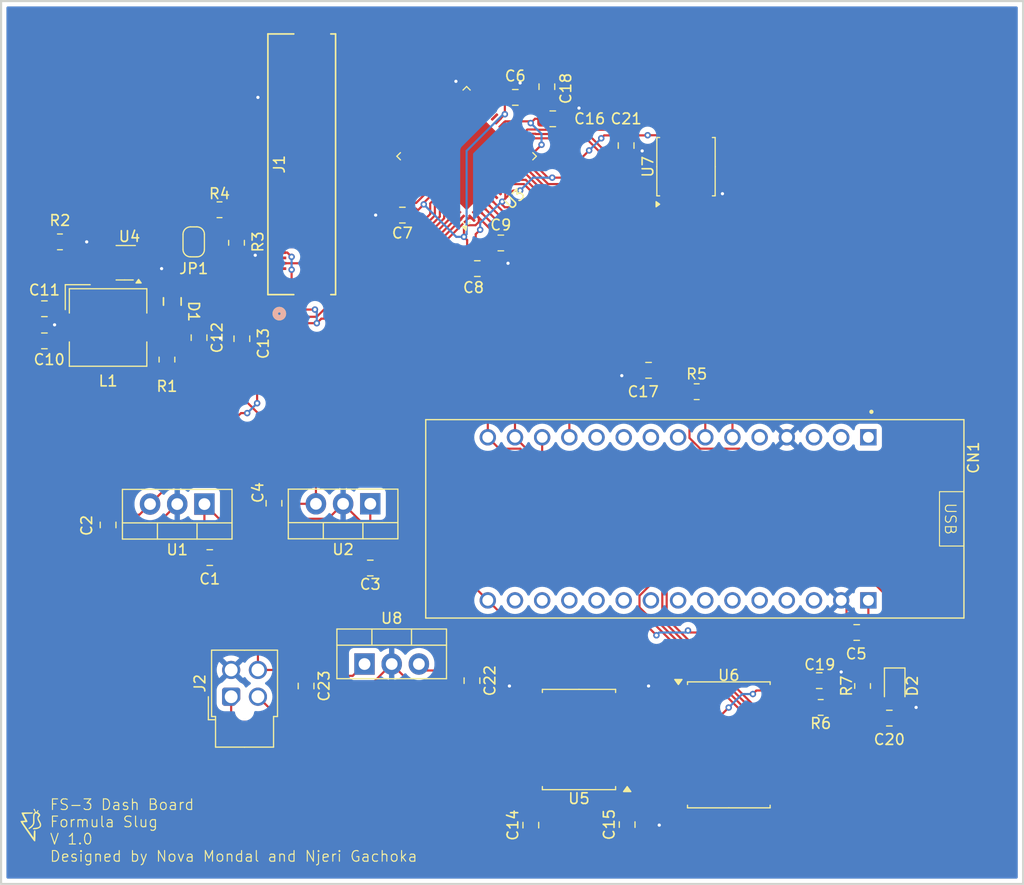
<source format=kicad_pcb>
(kicad_pcb (version 20240108) (generator "pcbnew") (generator_version "8.0")
  (layers (0 "F.Cu" signal) (31 "B.Cu" signal) (34 "B.Paste" user) (35 "F.Paste" user) (36 "B.SilkS" user "B.Silkscreen") (37 "F.SilkS" user "F.Silkscreen") (38 "B.Mask" user) (39 "F.Mask" user) (44 "Edge.Cuts" user))
  (net 0 "")
  (net 5 "Host-MISO")
  (net 6 "GND")
  (net 9 "+5V")
  (net 12 "Host-SCLK")
  (net 13 "PD")
  (net 14 "Host-MOSI")
  (net 16 "INT")
  (net 22 "Host-CS")
  (net 24 "+9V")
  (net 26 "+12V")
  (net 27 "+3.3V")
  (net 28 "B2")
  (net 30 "G6")
  (net 31 "G5")
  (net 32 "G1")
  (net 33 "DISP")
  (net 34 "B1")
  (net 35 "R6")
  (net 36 "B7")
  (net 37 "MEM-IO3")
  (net 38 "G7")
  (net 40 "VCC1.2")
  (net 41 "R4")
  (net 42 "B4")
  (net 43 "B3")
  (net 45 "MEM-MISO")
  (net 46 "R0")
  (net 47 "R3")
  (net 48 "G0")
  (net 49 "B0")
  (net 50 "R5")
  (net 52 "G2")
  (net 53 "HSYNC")
  (net 55 "MEM-SCLK")
  (net 56 "BL-PWM")
  (net 57 "G3")
  (net 58 "MEM-CS")
  (net 60 "VSYNC")
  (net 61 "DEN")
  (net 62 "R1")
  (net 64 "R7")
  (net 65 "R2")
  (net 66 "MEM-IO2")
  (net 68 "B5")
  (net 69 "DCLK")
  (net 70 "G4")
  (net 73 "MEM-MOSI")
  (net 75 "B6")
  (net 76 "BL-Low")
  (net 77 "OV")
  (net 78 "Net-(D1-A)")
  (net 79 "BL-High")
  (net 85 "Net-(JP1-A)")
  (net 91 "CAN-TX")
  (net 92 "CAN-RX")
  (net 93 "CAN-H")
  (net 94 "CAN-L")
  (net 95 "Net-(D2-A)")
  (net 97 "CAN-CS")
  (net 98 "Net-(U6-*RESET)")
  (net 108 "unconnected-(CN1A-5V-PadCN4_4)")
  (footprint "Capacitor_SMD:C_0805_2012Metric" (layer "F.Cu") (at 89.5 112 180)
    (property "Reference" "C1")
    (property "Value" "0.1 µF" (hide yes))
  )
  (footprint "Package_TO_SOT_THT:TO-220-3_Vertical" (layer "F.Cu") (at 104.5 106.975 180)
    (property "Reference" "U2")
    (property "Value" "LM7805_TO220")
  )
  (footprint "Capacitor_SMD:C_0805_2012Metric" (layer "F.Cu") (at 114 123.5 -90)
    (property "Reference" "C22")
    (property "Value" "100 nF" (hide yes))
  )
  (footprint "Capacitor_SMD:C_0805_2012Metric" (layer "F.Cu") (at 119.5 137 90)
    (property "Reference" "C14")
    (property "Value" "100nF" (hide yes))
  )
  (footprint "Capacitor_SMD:C_0805_2012Metric" (layer "F.Cu") (at 80 108.95 -90)
    (property "Reference" "C2")
    (property "Value" "2.2 µF" (hide yes))
  )
  (footprint "Package_SO:SOIC-8_5.23x5.23mm_P1.27mm" (layer "F.Cu") (at 134 75.475 90)
    (property "Reference" "U7")
    (property "Value" "~")
  )
  (footprint "Capacitor_SMD:C_0805_2012Metric" (layer "F.Cu") (at 118.050001 69)
    (property "Reference" "C6")
    (property "Value" "10 µF" (hide yes))
  )
  (footprint "Capacitor_SMD:C_0805_2012Metric" (layer "F.Cu") (at 114.5 85)
    (property "Reference" "C8")
    (property "Value" "1 µF" (hide yes))
  )
  (footprint "Capacitor_SMD:C_0805_2012Metric" (layer "F.Cu") (at 116.697086 82.602086)
    (property "Reference" "C9")
    (property "Value" "0.1 µF" (hide yes))
  )
  (footprint "1FS_2_Global_Footprint_Library:FORMULA SLUG" (layer "F.Cu") (at 75.94258 137.058544)
    (property "Reference" "G***" (hide yes))
    (property "Value" "LOGO" (hide yes))
  )
  (footprint "Package_TO_SOT_THT:TO-220-3_Vertical" (layer "F.Cu") (at 103.96 121.945)
    (property "Reference" "U8")
    (property "Value" "LM7809_TO220")
  )
  (footprint "Connector_Molex:Molex_Nano-Fit_105310-xx04_2x02_P2.50mm_Vertical" (layer "F.Cu") (at 91.5 125 90)
    (property "Reference" "J2")
    (property "Value" "Nanofit Connector")
  )
  (footprint "FS_3_Global_Footprint_Library:US2H_TOS" (layer "F.Cu") (at 86 88.8523 90)
    (property "Reference" "D1")
    (property "Value" "470 mV @ 2A Forward / 40V 2A Reverse" (hide yes))
  )
  (footprint "Capacitor_SMD:C_0805_2012Metric" (layer "F.Cu") (at 121.550001 71 180)
    (property "Reference" "C16")
    (property "Value" "100nF" (hide yes))
  )
  (footprint "Capacitor_SMD:C_0805_2012Metric" (layer "F.Cu") (at 128.405 73.5 90)
    (property "Reference" "C21")
    (property "Value" "100 nF" (hide yes))
  )
  (footprint "Capacitor_SMD:C_0805_2012Metric" (layer "F.Cu") (at 98.5 124 -90)
    (property "Reference" "C23")
    (property "Value" "330 nF" (hide yes))
  )
  (footprint "Capacitor_SMD:C_0805_2012Metric" (layer "F.Cu") (at 107.5 80 180)
    (property "Reference" "C7")
    (property "Value" "0.1 µF" (hide yes))
  )
  (footprint "Package_SO:SOP-8_6.62x9.15mm_P2.54mm" (layer "F.Cu") (at 124 129 180)
    (property "Reference" "U5")
    (property "Value" "ISO1050DUB")
  )
  (footprint "Resistor_SMD:R_0805_2012Metric" (layer "F.Cu") (at 150.5 124 -90)
    (property "Reference" "R7")
    (property "Value" "100 Ω" (hide yes))
  )
  (footprint "Inductor_SMD:L_TDK_SLF7045" (layer "F.Cu") (at 80 90.5)
    (property "Reference" "L1")
    (property "Value" "4.7 µH" (hide yes))
  )
  (footprint "Jumper:SolderJumper-2_P1.3mm_Open_RoundedPad1.0x1.5mm" (layer "F.Cu") (at 88 82.5 -90)
    (property "Reference" "JP1")
    (property "Value" "Open" (hide yes))
  )
  (footprint "Package_DFN_QFN:VQFN-64-1EP_9x9mm_P0.5mm_EP7.15x7.15mm" (layer "F.Cu") (at 113.5 74.5 135)
    (property "Reference" "U3")
    (property "Value" "BT817Q")
  )
  (footprint "Capacitor_SMD:C_0805_2012Metric" (layer "F.Cu") (at 92.5 91.55 -90)
    (property "Reference" "C13")
    (property "Value" "1 µF" (hide yes))
  )
  (footprint "Capacitor_SMD:C_0805_2012Metric" (layer "F.Cu") (at 121 68 90)
    (property "Reference" "C18")
    (property "Value" "100nF" (hide yes))
  )
  (footprint "Resistor_SMD:R_0805_2012Metric" (layer "F.Cu") (at 75.5 82.5)
    (property "Reference" "R2")
    (property "Value" "100K ±1%" (hide yes))
  )
  (footprint "Diode_SMD:D_0805_2012Metric" (layer "F.Cu") (at 153.5 124 -90)
    (property "Reference" "D2")
    (property "Value" "D" (hide yes))
  )
  (footprint "Resistor_SMD:R_0805_2012Metric" (layer "F.Cu") (at 85.5 93.5 -90)
    (property "Reference" "R1")
    (property "Value" "33K ±1%" (hide yes))
  )
  (footprint "FS_3_Global_Footprint_Library:NUCLEO-L432KC" (layer "F.Cu") (at 134.825 108.38 -90)
    (property "Reference" "CN1")
    (property "Value" "NUCLEO-L432KC")
  )
  (footprint "Capacitor_SMD:C_0805_2012Metric" (layer "F.Cu") (at 74.05 88.75)
    (property "Reference" "C11")
    (property "Value" "10 µF" (hide yes))
  )
  (footprint "Capacitor_SMD:C_0805_2012Metric" (layer "F.Cu") (at 104.5 112.975 180)
    (property "Reference" "C3")
    (property "Value" "330 nF" (hide yes))
  )
  (footprint "Capacitor_SMD:C_0805_2012Metric" (layer "F.Cu") (at 146.45 123.5 180)
    (property "Reference" "C19")
    (property "Value" "100nF" (hide yes))
  )
  (footprint "Capacitor_SMD:C_0805_2012Metric" (layer "F.Cu") (at 88.5 91.45 -90)
    (property "Reference" "C12")
    (property "Value" "1 µF" (hide yes))
  )
  (footprint "Resistor_SMD:R_0805_2012Metric" (layer "F.Cu") (at 90.4125 79.5 180)
    (property "Reference" "R4")
    (property "Value" "2.49 ±1%" (hide yes))
  )
  (footprint "Capacitor_SMD:C_0805_2012Metric" (layer "F.Cu") (at 128.5 136.95 90)
    (property "Reference" "C15")
    (property "Value" "100nF" (hide yes))
  )
  (footprint "Package_TO_SOT_SMD:SOT-23-6_Handsoldering" (layer "F.Cu") (at 81.65 84.45 180)
    (property "Reference" "U4")
    (property "Value" "~" (hide yes))
  )
  (footprint "Capacitor_SMD:C_0805_2012Metric" (layer "F.Cu") (at 95.5 106.925 -90)
    (property "Reference" "C4")
    (property "Value" "100 nF" (hide yes))
  )
  (footprint "Resistor_SMD:R_0805_2012Metric" (layer "F.Cu") (at 135 96.5)
    (property "Reference" "R5")
    (property "Value" "4.7k" (hide yes))
  )
  (footprint "Package_TO_SOT_THT:TO-220-3_Vertical" (layer "F.Cu") (at 89 107 180)
    (property "Reference" "U1")
    (property "Value" "LF33_TO220")
  )
  (footprint "Capacitor_SMD:C_0805_2012Metric" (layer "F.Cu") (at 149.95 119)
    (property "Reference" "C5")
    (property "Value" "100 nF" (hide yes))
  )
  (footprint "FS_3_Global_Footprint_Library:CONN_F32D-1A7Y1-21040_AMP" (layer "F.Cu") (at 98.0953 75.249999 90)
    (property "Reference" "J1")
    (property "Value" "40 pin ZIF FPC Connector")
  )
  (footprint "Capacitor_SMD:C_0805_2012Metric" (layer "F.Cu") (at 130.5 94.5)
    (property "Reference" "C17")
    (property "Value" "100nF" (hide yes))
  )
  (footprint "Package_SO:SOIC-18W_7.5x11.6mm_P1.27mm" (layer "F.Cu") (at 138 129.5)
    (property "Reference" "U6")
    (property "Value" "MCP2515-I/SO")
  )
  (footprint "Capacitor_SMD:C_0805_2012Metric" (layer "F.Cu") (at 74.05 91.75)
    (property "Reference" "C10")
    (property "Value" "1 µF" (hide yes))
  )
  (footprint "Resistor_SMD:R_0805_2012Metric" (layer "F.Cu") (at 146.5875 126)
    (property "Reference" "R6")
    (property "Value" "10K" (hide yes))
  )
  (footprint "Resistor_SMD:R_0805_2012Metric" (layer "F.Cu") (at 92 82.5875 -90)
    (property "Reference" "R3")
    (property "Value" "4.99 ±1%" (hide yes))
  )
  (footprint "Capacitor_SMD:C_0805_2012Metric" (layer "F.Cu") (at 153 127)
    (property "Reference" "C20")
    (property "Value" "10 nF" (hide yes))
  )
  (gr_rect (start 70 60) (end 165.5 142.5) (stroke (width 0.2)) (fill none) (layer "Edge.Cuts"))
  (gr_text "FS-3 Dash Board\nFormula Slug\nV 1.0\nDesigned by Nova Mondal and Njeri Gachoka" (at 74.5 140.5 0) (layer "F.SilkS") (effects (font (size 1 1) (thickness 0.1)) (justify left bottom)))
  (segment (start 141.618762 128.23) (end 130.888762 117.5) (width 0.2) (layer "F.Cu") (net 5))
  (segment (start 117.028471 80.462785) (end 118.9 82.334314) (width 0.2) (layer "F.Cu") (net 5))
  (segment (start 118.519314 101.825) (end 116.545 101.825) (width 0.2) (layer "F.Cu") (net 5))
  (segment (start 115.046796 79.228777) (end 116.280804 80.462785) (width 0.2) (layer "F.Cu") (net 5))
  (segment (start 130.888762 117.5) (end 130.5 117.5) (width 0.2) (layer "F.Cu") (net 5))
  (segment (start 130.5 114.713862) (end 130.5 113.805686) (width 0.2) (layer "F.Cu") (net 5))
  (segment (start 142.65 128.23) (end 141.618762 128.23) (width 0.2) (layer "F.Cu") (net 5))
  (segment (start 118.9 85.665686) (end 115.48 89.085686) (width 0.2) (layer "F.Cu") (net 5))
  (segment (start 118.9 82.334314) (end 118.9 85.665686) (width 0.2) (layer "F.Cu") (net 5))
  (segment (start 130.5 113.805686) (end 118.519314 101.825) (width 0.2) (layer "F.Cu") (net 5))
  (segment (start 129.655 116.655) (end 129.655 115.558862) (width 0.2) (layer "F.Cu") (net 5))
  (segment (start 129.655 115.558862) (end 130.5 114.713862) (width 0.2) (layer "F.Cu") (net 5))
  (segment (start 115.48 89.085686) (end 115.48 100.76) (width 0.2) (layer "F.Cu") (net 5))
  (segment (start 130.5 117.5) (end 129.655 116.655) (width 0.2) (layer "F.Cu") (net 5))
  (segment (start 116.545 101.825) (end 115.48 100.76) (width 0.2) (layer "F.Cu") (net 5))
  (segment (start 116.280804 80.462785) (end 117.028471 80.462785) (width 0.2) (layer "F.Cu") (net 5))
  (segment (start 130.5 124) (end 129.715 124) (width 0.2) (layer "F.Cu") (net 6))
  (segment (start 118.5 67.650001) (end 119 68.150001) (width 0.2) (layer "F.Cu") (net 6))
  (segment (start 91.5 92.5) (end 92.5 92.5) (width 0.2) (layer "F.Cu") (net 6))
  (segment (start 128 95) (end 129.05 95) (width 0.2) (layer "F.Cu") (net 6))
  (segment (start 115.828249 85.171751) (end 115.671751 85.171751) (width 0.2) (layer "F.Cu") (net 6))
  (segment (start 122.5 70.449999) (end 121 68.949999) (width 0.2) (layer "F.Cu") (net 6))
  (segment (start 100.560062 108.374938) (end 95.999938 108.374938) (width 0.2) (layer "F.Cu") (net 6))
  (segment (start 108.302764 74.5) (end 113.5 74.5) (width 0.2) (layer "F.Cu") (net 6))
  (segment (start 83 84.45) (end 84.45 84.45) (width 0.2) (layer "F.Cu") (net 6))
  (segment (start 88.55 112) (end 86.46 109.91) (width 0.2) (layer "F.Cu") (net 6))
  (segment (start 153.95 127) (end 154.5 127) (width 0.2) (layer "F.Cu") (net 6))
  (segment (start 94 68.625298) (end 95.125298 67.5) (width 0.2) (layer "F.Cu") (net 6))
  (segment (start 113.013864 68.710563) (end 113.013864 68.013864) (width 0.2) (layer "F.Cu") (net 6))
  (segment (start 117.168116 71.892544) (end 117.168116 71.831884) (width 0.2) (layer "F.Cu") (net 6))
  (segment (start 117.368837 84.5) (end 116.5 84.5) (width 0.2) (layer "F.Cu") (net 6))
  (segment (start 148.9 119.1) (end 149 119) (width 0.2) (layer "F.Cu") (net 6))
  (segment (start 96.5 84) (end 94 84) (width 0.2) (layer "F.Cu") (net 6))
  (segment (start 129.05 95) (end 129.55 94.5) (width 0.2) (layer "F.Cu") (net 6))
  (segment (start 123 71) (end 124 70) (width 0.2) (layer "F.Cu") (net 6))
  (segment (start 106.550001 80) (end 105 80) (width 0.2) (layer "F.Cu") (net 6))
  (segment (start 113.5 69.302764) (end 113.5 74.5) (width 0.2) (layer "F.Cu") (net 6))
  (segment (start 135.905 79.075) (end 136.98 78) (width 0.2) (layer "F.Cu") (net 6))
  (segment (start 91.5 92.5) (end 90.5 91.5) (width 0.2) (layer "F.Cu") (net 6))
  (segment (start 129.455 74.45) (end 128.405 74.45) (width 0.2) (layer "F.Cu") (net 6))
  (segment (start 95.125298 67.5) (end 96.5 67.5) (width 0.2) (layer "F.Cu") (net 6))
  (segment (start 89.6 92.4) (end 90.5 91.5) (width 0.2) (layer "F.Cu") (net 6))
  (segment (start 117.368837 84.5) (end 117.368837 83.273837) (width 0.2) (layer "F.Cu") (net 6))
  (segment (start 95.999938 108.374938) (end 95.5 107.875) (width 0.2) (layer "F.Cu") (net 6))
  (segment (start 113.013864 68.710563) (end 113.013864 68.816628) (width 0.2) (layer "F.Cu") (net 6))
  (segment (start 91.325 81) (end 92 81.675) (width 0.2) (layer "F.Cu") (net 6))
  (segment (start 128.45 137.95) (end 128.5 137.9) (width 0.2) (layer "F.Cu") (net 6))
  (segment (start 128.5 137.9) (end 130.6 137.9) (width 0.2) (layer "F.Cu") (net 6))
  (segment (start 149 116.5) (end 148.5 116) (width 0.2) (layer "F.Cu") (net 6))
  (segment (start 107.816628 74.013864) (end 108.302764 74.5) (width 0.2) (layer "F.Cu") (net 6))
  (segment (start 114 124.45) (end 109.005 124.45) (width 0.2) (layer "F.Cu") (net 6))
  (segment (start 129.5 94.45) (end 129.55 94.5) (width 0.2) (layer "F.Cu") (net 6))
  (segment (start 107.710563 74.013864) (end 107.816628 74.013864) (width 0.2) (layer "F.Cu") (net 6))
  (segment (start 154.5 127) (end 155.5 126) (width 0.2) (layer "F.Cu") (net 6))
  (segment (start 116.5 84.5) (end 115.828249 85.171751) (width 0.2) (layer "F.Cu") (net 6))
  (segment (start 117.5 124) (end 118.285 124) (width 0.2) (layer "F.Cu") (net 6))
  (segment (start 114.56066 74.5) (end 117.168116 71.892544) (width 0.2) (layer "F.Cu") (net 6))
  (segment (start 131.5 137) (end 131.5 136.43) (width 0.2) (layer "F.Cu") (net 6))
  (segment (start 94 69) (end 94 69.874698) (width 0.2) (layer "F.Cu") (net 6))
  (segment (start 113.5 74.5) (end 114.56066 74.5) (width 0.2) (layer "F.Cu") (net 6))
  (segment (start 119.5 137.95) (end 128.45 137.95) (width 0.2) (layer "F.Cu") (net 6))
  (segment (start 76.4125 82.5) (end 78 82.5) (width 0.2) (layer "F.Cu") (net 6))
  (segment (start 91.325 79.5) (end 91.325 81) (width 0.2) (layer "F.Cu") (net 6))
  (segment (start 148.5 122.6875) (end 147.6875 123.5) (width 0.2) (layer "F.Cu") (net 6))
  (segment (start 122.5 71) (end 122.5 70.449999) (width 0.2) (layer "F.Cu") (net 6))
  (segment (start 113.013864 68.013864) (end 112.5 67.5) (width 0.2) (layer "F.Cu") (net 6))
  (segment (start 94 84) (end 93.75 83.75) (width 0.2) (layer "F.Cu") (net 6))
  (segment (start 95.125302 71) (end 96.5 71) (width 0.2) (layer "F.Cu") (net 6))
  (segment (start 86.46 109.91) (end 86.46 107) (width 0.2) (layer "F.Cu") (net 6))
  (segment (start 84.45 84.45) (end 85 85) (width 0.2) (layer "F.Cu") (net 6))
  (segment (start 93.75 83.75) (end 92 82) (width 0.2) (layer "F.Cu") (net 6))
  (segment (start 147.6875 123.5) (end 147.4 123.5) (width 0.2) (layer "F.Cu") (net 6))
  (segment (start 103.55 108.565) (end 101.96 106.975) (width 0.2) (layer "F.Cu") (net 6))
  (segment (start 103.495 124.95) (end 106.5 121.945) (width 0.2) (layer "F.Cu") (net 6))
  (segment (start 83.56 109.9) (end 80 109.9) (width 0.2) (layer "F.Cu") (net 6))
  (segment (start 118.285 124) (end 119.475 125.19) (width 0.2) (layer "F.Cu") (net 6))
  (segment (start 75 88.75) (end 75 90.25) (width 0.2) (layer "F.Cu") (net 6))
  (segment (start 129.905 74) (end 129.455 74.45) (width 0.2) (layer "F.Cu") (net 6))
  (segment (start 101.96 106.975) (end 100.560062 108.374938) (width 0.2) (layer "F.Cu") (net 6))
  (segment (start 94 69.874698) (end 95.125302 71) (width 0.2) (layer "F.Cu") (net 6))
  (segment (start 122.5 71) (end 123 71) (width 0.2) (layer "F.Cu") (net 6))
  (segment (start 113.013864 68.816628) (end 113.5 69.302764) (width 0.2) (layer "F.Cu") (net 6))
  (segment (start 92 82) (end 92 81.675) (width 0.2) (layer "F.Cu") (net 6))
  (segment (start 119 68.150001) (end 119 69) (width 0.2) (layer "F.Cu") (net 6))
  (segment (start 130.6 137.9) (end 131.5 137) (width 0.2) (layer "F.Cu") (net 6))
  (segment (start 129.715 124) (end 128.525 125.19) (width 0.2) (layer "F.Cu") (net 6))
  (segment (start 149 119) (end 149 116.5) (width 0.2) (layer "F.Cu") (net 6))
  (segment (start 109.005 124.45) (end 106.5 121.945) (width 0.2) (layer "F.Cu") (net 6))
  (segment (start 75 90.25) (end 75 91.75) (width 0.2) (layer "F.Cu") (net 6))
  (segment (start 88.5 92.4) (end 89.6 92.4) (width 0.2) (layer "F.Cu") (net 6))
  (segment (start 131.5 136.43) (end 133.35 134.58) (width 0.2) (layer "F.Cu") (net 6))
  (segment (start 94 69) (end 94 68.625298) (width 0.2) (layer "F.Cu") (net 6))
  (segment (start 136.98 78) (end 137.405 78) (width 0.2) (layer "F.Cu") (net 6))
  (segment (start 103.55 112.975) (end 103.55 108.565) (width 0.2) (layer "F.Cu") (net 6))
  (segment (start 86.46 107) (end 83.56 109.9) (width 0.2) (layer "F.Cu") (net 6))
  (segment (start 98.5 124.95) (end 103.495 124.95) (width 0.2) (layer "F.Cu") (net 6))
  (via (at 128 95) (size 0.6) (drill 0.3) (layers "F.Cu" "B.Cu") (net 6))
  (via (at 75 90.25) (size 0.6) (drill 0.3) (layers "F.Cu" "B.Cu") (net 6))
  (via (at 94 69) (size 0.6) (drill 0.3) (layers "F.Cu" "B.Cu") (net 6))
  (via (at 90.5 91.5) (size 0.6) (drill 0.3) (layers "F.Cu" "B.Cu") (net 6))
  (via (at 112.5 67.5) (size 0.6) (drill 0.3) (layers "F.Cu" "B.Cu") (net 6))
  (via (at 117.368837 84.5) (size 0.6) (drill 0.3) (layers "F.Cu" "B.Cu") (net 6))
  (via (at 105 80) (size 0.6) (drill 0.3) (layers "F.Cu" "B.Cu") (net 6))
  (via (at 131.5 137) (size 0.6) (drill 0.3) (layers "F.Cu" "B.Cu") (net 6))
  (via (at 148.5 122.6875) (size 0.6) (drill 0.3) (layers "F.Cu" "B.Cu") (net 6))
  (via (at 137.405 78) (size 0.6) (drill 0.3) (layers "F.Cu" "B.Cu") (net 6))
  (via (at 124 70) (size 0.6) (drill 0.3) (layers "F.Cu" "B.Cu") (net 6))
  (via (at 155.5 126) (size 0.6) (drill 0.3) (layers "F.Cu" "B.Cu") (net 6))
  (via (at 129.905 74) (size 0.6) (drill 0.3) (layers "F.Cu" "B.Cu") (net 6))
  (via (at 117.5 124) (size 0.6) (drill 0.3) (layers "F.Cu" "B.Cu") (net 6))
  (via (at 130.5 124) (size 0.6) (drill 0.3) (layers "F.Cu" "B.Cu") (net 6))
  (via (at 85 85) (size 0.6) (drill 0.3) (layers "F.Cu" "B.Cu") (net 6))
  (via (at 118.5 67.650001) (size 0.6) (drill 0.3) (layers "F.Cu" "B.Cu") (net 6))
  (via (at 78 82.5) (size 0.6) (drill 0.3) (layers "F.Cu" "B.Cu") (net 6))
  (via (at 93.75 83.75) (size 0.6) (drill 0.3) (layers "F.Cu" "B.Cu") (net 6))
  (segment (start 96.5 106.975) (end 95.5 105.975) (width 0.2) (layer "F.Cu") (net 9))
  (segment (start 76.85 88.85) (end 80.3 85.4) (width 0.2) (layer "F.Cu") (net 9))
  (segment (start 73.1 91.75) (end 73.1 88.75) (width 0.2) (layer "F.Cu") (net 9))
  (segment (start 99.42 103.92) (end 89 93.5) (width 0.2) (layer "F.Cu") (net 9))
  (segment (start 99.42 106.975) (end 96.5 106.975) (width 0.2) (layer "F.Cu") (net 9))
  (segment (start 84.815256 93.6) (end 84.415256 94) (width 0.2) (layer "F.Cu") (net 9))
  (segment (start 80.35 94) (end 76.85 90.5) (width 0.2) (layer "F.Cu") (net 9))
  (segment (start 73.1 88.75) (end 76.45 85.4) (width 0.2) (layer "F.Cu") (net 9))
  (segment (start 76.85 90.5) (end 76.85 88.85) (width 0.2) (layer "F.Cu") (net 9))
  (segment (start 89 93.5) (end 86.284744 93.5) (width 0.2) (layer "F.Cu") (net 9))
  (segment (start 86.284744 93.5) (end 86.184744 93.6) (width 0.2) (layer "F.Cu") (net 9))
  (segment (start 99.42 106.975) (end 99.42 103.92) (width 0.2) (layer "F.Cu") (net 9))
  (segment (start 86.184744 93.6) (end 84.815256 93.6) (width 0.2) (layer "F.Cu") (net 9))
  (segment (start 84.415256 94) (end 80.35 94) (width 0.2) (layer "F.Cu") (net 9))
  (segment (start 76.45 85.4) (end 80.3 85.4) (width 0.2) (layer "F.Cu") (net 9))
  (segment (start 114.693243 79.58233) (end 115.973698 80.862785) (width 0.2) (layer "F.Cu") (net 12))
  (segment (start 130.823076 118) (end 117.48 118) (width 0.2) (layer "F.Cu") (net 12))
  (segment (start 142.65 130.77) (end 142.254448 130.77) (width 0.2) (layer "F.Cu") (net 12))
  (segment (start 116.862785 80.862785) (end 118.5 82.5) (width 0.2) (layer "F.Cu") (net 12))
  (segment (start 141.043862 129.559414) (end 141.043862 128.220786) (width 0.2) (layer "F.Cu") (net 12))
  (segment (start 114 90) (end 114 114.52) (width 0.2) (layer "F.Cu") (net 12))
  (segment (start 141.043862 128.220786) (end 130.823076 118) (width 0.2) (layer "F.Cu") (net 12))
  (segment (start 142.254448 130.77) (end 141.043862 129.559414) (width 0.2) (layer "F.Cu") (net 12))
  (segment (start 115.973698 80.862785) (end 116.862785 80.862785) (width 0.2) (layer "F.Cu") (net 12))
  (segment (start 117.48 118) (end 115.48 116) (width 0.2) (layer "F.Cu") (net 12))
  (segment (start 118.5 82.5) (end 118.5 85.5) (width 0.2) (layer "F.Cu") (net 12))
  (segment (start 118.5 85.5) (end 114 90) (width 0.2) (layer "F.Cu") (net 12))
  (segment (start 114 114.52) (end 115.48 116) (width 0.2) (layer "F.Cu") (net 12))
  (segment (start 119.025603 76.702202) (end 138.34 96.016599) (width 0.2) (layer "F.Cu") (net 13))
  (segment (start 138.34 96.016599) (end 138.34 100.76) (width 0.2) (layer "F.Cu") (net 13))
  (segment (start 117.875223 76.400349) (end 118.177076 76.702202) (width 0.2) (layer "F.Cu") (net 13))
  (segment (start 118.177076 76.702202) (end 119.025603 76.702202) (width 0.2) (layer "F.Cu") (net 13))
  (segment (start 143.975 127.889448) (end 143.715552 127.63) (width 0.2) (layer "F.Cu") (net 14))
  (segment (start 116.587911 80.062785) (end 117.194157 80.062785) (width 0.2) (layer "F.Cu") (net 14))
  (segment (start 143.715552 127.63) (end 141.584448 127.63) (width 0.2) (layer "F.Cu") (net 14))
  (segment (start 117.194157 80.062785) (end 119.3 82.168628) (width 0.2) (layer "F.Cu") (net 14))
  (segment (start 115.400349 78.875223) (end 116.587911 80.062785) (width 0.2) (layer "F.Cu") (net 14))
  (segment (start 131.785 114.525) (end 118.02 100.76) (width 0.2) (layer "F.Cu") (net 14))
  (segment (start 118 87.5) (end 118.02 87.52) (width 0.2) (layer "F.Cu") (net 14))
  (segment (start 119.3 86.2) (end 118 87.5) (width 0.2) (layer "F.Cu") (net 14))
  (segment (start 118.02 87.52) (end 118.02 100.76) (width 0.2) (layer "F.Cu") (net 14))
  (segment (start 142.65 129.5) (end 143.045552 129.5) (width 0.2) (layer "F.Cu") (net 14))
  (segment (start 143.045552 129.5) (end 143.975 128.570552) (width 0.2) (layer "F.Cu") (net 14))
  (segment (start 119.3 82.168628) (end 119.3 86.2) (width 0.2) (layer "F.Cu") (net 14))
  (segment (start 143.975 128.570552) (end 143.975 127.889448) (width 0.2) (layer "F.Cu") (net 14))
  (segment (start 141.584448 127.63) (end 131.785 117.830552) (width 0.2) (layer "F.Cu") (net 14))
  (segment (start 131.785 117.830552) (end 131.785 114.525) (width 0.2) (layer "F.Cu") (net 14))
  (segment (start 117.52167 76.753903) (end 117.869969 77.102202) (width 0.2) (layer "F.Cu") (net 16))
  (segment (start 135.9125 96.5875) (end 135.8 96.7) (width 0.2) (layer "F.Cu") (net 16))
  (segment (start 135.9125 94.154785) (end 135.9125 96.5) (width 0.2) (layer "F.Cu") (net 16))
  (segment (start 118.859917 77.102202) (end 135.9125 94.154785) (width 0.2) (layer "F.Cu") (net 16))
  (segment (start 135.8 96.7) (end 135.8 100.76) (width 0.2) (layer "F.Cu") (net 16))
  (segment (start 117.869969 77.102202) (end 118.859917 77.102202) (width 0.2) (layer "F.Cu") (net 16))
  (segment (start 135.9125 96.5) (end 135.9125 96.5875) (width 0.2) (layer "F.Cu") (net 16))
  (segment (start 115.753903 78.52167) (end 116.895018 79.662785) (width 0.2) (layer "F.Cu") (net 22))
  (segment (start 116.895018 79.662785) (end 117.359843 79.662785) (width 0.2) (layer "F.Cu") (net 22))
  (segment (start 123.1 85.402942) (end 123.1 100.76) (width 0.2) (layer "F.Cu") (net 22))
  (segment (start 117.359843 79.662785) (end 123.1 85.402942) (width 0.2) (layer "F.Cu") (net 22))
  (segment (start 150.9 119) (end 150.9 118.6) (width 0.2) (layer "F.Cu") (net 24))
  (segment (start 148.515256 120.025) (end 148.2 119.709744) (width 0.2) (layer "F.Cu") (net 24))
  (segment (start 151.04 118.46) (end 151.04 116) (width 0.2) (layer "F.Cu") (net 24))
  (segment (start 148.2 119.709744) (end 148.2 119.7) (width 0.2) (layer "F.Cu") (net 24))
  (segment (start 147.5 119) (end 134.368664 119) (width 0.2) (layer "F.Cu") (net 24))
  (segment (start 109.645 122.55) (end 109.04 121.945) (width 0.2) (layer "F.Cu") (net 24))
  (segment (start 130.474546 118.5) (end 118.05 118.5) (width 0.2) (layer "F.Cu") (net 24))
  (segment (start 134.368664 119) (end 134.184332 118.815668) (width 0.2) (layer "F.Cu") (net 24))
  (segment (start 118.05 118.5) (end 114 122.55) (width 0.2) (layer "F.Cu") (net 24))
  (segment (start 148.2 119.7) (end 147.5 119) (width 0.2) (layer "F.Cu") (net 24))
  (segment (start 149.875 120.025) (end 148.515256 120.025) (width 0.2) (layer "F.Cu") (net 24))
  (segment (start 114 122.55) (end 109.645 122.55) (width 0.2) (layer "F.Cu") (net 24))
  (segment (start 150.9 118.6) (end 151.04 118.46) (width 0.2) (layer "F.Cu") (net 24))
  (segment (start 150.9 119) (end 149.875 120.025) (width 0.2) (layer "F.Cu") (net 24))
  (segment (start 131.237273 119.262727) (end 130.474546 118.5) (width 0.2) (layer "F.Cu") (net 24))
  (via (at 131.237273 119.262727) (size 0.6) (drill 0.3) (layers "F.Cu" "B.Cu") (net 24))
  (via (at 134.184332 118.815668) (size 0.6) (drill 0.3) (layers "F.Cu" "B.Cu") (net 24))
  (segment (start 131.5 119) (end 131.237273 119.262727) (width 0.2) (layer "B.Cu") (net 24))
  (segment (start 134.184332 118.815668) (end 134 119) (width 0.2) (layer "B.Cu") (net 24))
  (segment (start 134 119) (end 131.5 119) (width 0.2) (layer "B.Cu") (net 24))
  (segment (start 94 112) (end 94 120) (width 0.2) (layer "F.Cu") (net 26))
  (segment (start 90.45 112) (end 89 110.55) (width 0.2) (layer "F.Cu") (net 26))
  (segment (start 105.45 112.975) (end 105.45 113.025) (width 0.2) (layer "F.Cu") (net 26))
  (segment (start 104.5 112.025) (end 105.45 112.975) (width 0.2) (layer "F.Cu") (net 26))
  (segment (start 102.855 123.05) (end 103.96 121.945) (width 0.2) (layer "F.Cu") (net 26))
  (segment (start 94 120) (end 94 122.5) (width 0.2) (layer "F.Cu") (net 26))
  (segment (start 89 107) (end 94 112) (width 0.2) (layer "F.Cu") (net 26))
  (segment (start 95.925 122.5) (end 105.45 112.975) (width 0.2) (layer "F.Cu") (net 26))
  (segment (start 96.475 123.05) (end 95.925 122.5) (width 0.2) (layer "F.Cu") (net 26))
  (segment (start 98.5 123.05) (end 96.475 123.05) (width 0.2) (layer "F.Cu") (net 26))
  (segment (start 94 119) (end 94 120) (width 0.2) (layer "F.Cu") (net 26))
  (segment (start 104.5 106.975) (end 104.5 112.025) (width 0.2) (layer "F.Cu") (net 26))
  (segment (start 98.5 123.05) (end 102.855 123.05) (width 0.2) (layer "F.Cu") (net 26))
  (segment (start 94 122.5) (end 95.925 122.5) (width 0.2) (layer "F.Cu") (net 26))
  (segment (start 89 110.55) (end 89 107) (width 0.2) (layer "F.Cu") (net 26))
  (segment (start 142.65 124.42) (end 144.58 124.42) (width 0.2) (layer "F.Cu") (net 27))
  (segment (start 130.417149 72.535421) (end 131.434579 72.535421) (width 0.2) (layer "F.Cu") (net 27))
  (segment (start 140.58 124.42) (end 140.25 124.75) (width 0.2) (layer "F.Cu") (net 27))
  (segment (start 148.251471 122.0875) (end 149.5 122.0875) (width 0.2) (layer "F.Cu") (net 27))
  (segment (start 117.862404 77.702202) (end 117.116416 78.44819) (width 0.2) (layer "F.Cu") (net 27))
  (segment (start 116.127455 69.397671) (end 115.400349 70.124777) (width 0.2) (layer "F.Cu") (net 27))
  (segment (start 119.5 136.05) (end 119.5 134.5) (width 0.2) (layer "F.Cu") (net 27))
  (segment (start 119.327396 71.237138) (end 117.116415 71.237138) (width 0.2) (layer "F.Cu") (net 27))
  (segment (start 126.079265 72.825735) (end 126.355 72.55) (width 0.2) (layer "F.Cu") (net 27))
  (segment (start 99.5 90.1) (end 99.925735 89.674265) (width 0.2) (layer "F.Cu") (net 27))
  (segment (start 118.5 77.702202) (end 117.862404 77.702202) (width 0.2) (layer "F.Cu") (net 27))
  (segment (start 117.525529 79.262785) (end 131.45 93.187256) (width 0.2) (layer "F.Cu") (net 27))
  (segment (start 114.350001 81.78173) (end 114.765368 81.366363) (width 0.2) (layer "F.Cu") (net 27))
  (segment (start 119.490258 71.4) (end 119.327396 71.237138) (width 0.2) (layer "F.Cu") (net 27))
  (segment (start 99.5 90.1) (end 98.465686 90.1) (width 0.2) (layer "F.Cu") (net 27))
  (segment (start 122.405 76.5) (end 121.5 76.5) (width 0.2) (layer "F.Cu") (net 27))
  (segment (start 121 67.050001) (end 117.540257 67.050001) (width 0.2) (layer "F.Cu") (net 27))
  (segment (start 116.127455 68.462803) (end 116.127455 69.397671) (width 0.2) (layer "F.Cu") (net 27))
  (segment (start 119.911136 74.013864) (end 119.289437 74.013864) (width 0.2) (layer "F.Cu") (net 27))
  (segment (start 142.65 124.42) (end 140.58 124.42) (width 0.2) (layer "F.Cu") (net 27))
  (segment (start 117.116416 77.762863) (end 116.814563 77.46101) (width 0.2) (layer "F.Cu") (net 27))
  (segment (start 98.465686 90.1) (end 93.924265 94.641421) (width 0.2) (layer "F.Cu") (net 27))
  (segment (start 137.987273 126.012727) (end 135.1 128.9) (width 0.2) (layer "F.Cu") (net 27))
  (segment (start 116.823032 79.025113) (end 117.060704 79.262785) (width 0.2) (layer "F.Cu") (net 27))
  (segment (start 134.325 100.825) (end 134.325 96.7375) (width 0.2) (layer "F.Cu") (net 27))
  (segment (start 117.116415 71.237138) (end 116.814563 71.53899) (width 0.2) (layer "F.Cu") (net 27))
  (segment (start 146.525 122.475) (end 147.863971 122.475) (width 0.2) (layer "F.Cu") (net 27))
  (segment (start 128.5 136) (end 128.5 134.5) (width 0.2) (layer "F.Cu") (net 27))
  (segment (start 96.747702 83.5) (end 96.5 83.5) (width 0.2) (layer "F.Cu") (net 27))
  (segment (start 119.490258 71.4) (end 119.890258 71) (width 0.2) (layer "F.Cu") (net 27))
  (segment (start 120.5 73.425) (end 119.911136 74.013864) (width 0.2) (layer "F.Cu") (net 27))
  (segment (start 117.540257 67.050001) (end 116.127455 68.462803) (width 0.2) (layer "F.Cu") (net 27))
  (segment (start 120.600002 71) (end 119.975 70.374998) (width 0.2) (layer "F.Cu") (net 27))
  (segment (start 126.355 72.55) (end 128.405 72.55) (width 0.2) (layer "F.Cu") (net 27))
  (segment (start 130.40257 72.55) (end 130.417149 72.535421) (width 0.2) (layer "F.Cu") (net 27))
  (segment (start 119.5 136.05) (end 128.45 136.05) (width 0.2) (layer "F.Cu") (net 27))
  (segment (start 134.0875 95.824756) (end 131.45 93.187256) (width 0.2) (layer "F.Cu") (net 27))
  (segment (start 93 98.5) (end 92.42 98.5) (width 0.2) (layer "F.Cu") (net 27))
  (segment (start 144.58 124.42) (end 145.5 123.5) (width 0.2) (layer "F.Cu") (net 27))
  (segment (start 119.5 134.5) (end 119.5 132.835) (width 0.2) (layer "F.Cu") (net 27))
  (segment (start 150.5 123.0875) (end 152 123.0875) (width 0.2) (layer "F.Cu") (net 27))
  (segment (start 99.925735 89.674265) (end 110.38548 89.674265) (width 0.2) (layer "F.Cu") (net 27))
  (segment (start 120.037736 74.762163) (end 119.289437 74.013864) (width 0.2) (layer "F.Cu") (net 27))
  (segment (start 138.995 101.825) (end 135.325 101.825) (width 0.2) (layer "F.Cu") (net 27))
  (segment (start 128.405 72.55) (end 130.40257 72.55) (width 0.2) (layer "F.Cu") (net 27))
  (segment (start 150.5 123.0875) (end 152.5 121.0875) (width 0.2) (layer "F.Cu") (net 27))
  (segment (start 114.350001 85.709744) (end 114.350001 81.78173) (width 0.2) (layer "F.Cu") (net 27))
  (segment (start 149.5 122.0875) (end 150.5 123.0875) (width 0.2) (layer "F.Cu") (net 27))
  (segment (start 145.5 123.5) (end 146.525 122.475) (width 0.2) (layer "F.Cu") (net 27))
  (segment (start 97.147702 85.1) (end 97.147702 87.868301) (width 0.2) (layer "F.Cu") (net 27))
  (segment (start 120.5 73.425) (end 120.5 73.225) (width 0.2) (layer "F.Cu") (net 27))
  (segment (start 134.325 96.7375) (end 134.0875 96.5) (width 0.2) (layer "F.Cu") (net 27))
  (segment (start 97.147702 83.9) (end 96.747702 83.5) (width 0.2) (layer "F.Cu") (net 27))
  (segment (start 119.975 68.075001) (end 121 67.050001) (width 0.2) (layer "F.Cu") (net 27))
  (segment (start 121.5 76.5) (end 121.086145 76.5) (width 0.2) (layer "F.Cu") (net 27))
  (segment (start 152 123.0875) (end 153.475 123.0875) (width 0.2) (layer "F.Cu") (net 27))
  (segment (start 93.924265 94.641421) (end 93.924265 97.575735) (width 0.2) (layer "F.Cu") (net 27))
  (segment (start 128.525 132.475) (end 128.525 132.81) (width 0.2) (layer "F.Cu") (net 27))
  (segment (start 120.037736 75.451591) (end 120.037736 74.762163) (width 0.2) (layer "F.Cu") (net 27))
  (segment (start 82.92 108) (end 83.92 107) (width 0.2) (layer "F.Cu") (net 27))
  (segment (start 134.0875 96.5) (end 134.0875 95.824756) (width 0.2) (layer "F.Cu") (net 27))
  (segment (start 128.45 136.05) (end 128.5 136) (width 0.2) (layer "F.Cu") (net 27))
  (segment (start 98.105136 88.825735) (end 99.325735 88.825735) (width 0.2) (layer "F.Cu") (net 27))
  (segment (start 117.060704 79.262785) (end 117.525529 79.262785) (width 0.2) (layer "F.Cu") (net 27))
  (segment (start 152.5 121.0875) (end 152.5 115.33) (width 0.2) (layer "F.Cu") (net 27))
  (segment (start 117.116416 78.44819) (end 117.116416 77.762863) (width 0.2) (layer "F.Cu") (net 27))
  (segment (start 147.863971 122.475) (end 148.251471 122.0875) (width 0.2) (layer "F.Cu") (net 27))
  (segment (start 97.147702 87.868301) (end 98.105136 88.825735) (width 0.2) (layer "F.Cu") (net 27))
  (segment (start 119.5 132.835) (end 119.475 132.81) (width 0.2) (layer "F.Cu") (net 27))
  (segment (start 116.823032 78.741574) (end 116.823032 79.025113) (width 0.2) (layer "F.Cu") (net 27))
  (segment (start 119.975 70.374998) (end 119.975 68.075001) (width 0.2) (layer "F.Cu") (net 27))
  (segment (start 124.947892 73.957108) (end 122.405 76.5) (width 0.2) (layer "F.Cu") (net 27))
  (segment (start 132.1 128.9) (end 128.525 132.475) (width 0.2) (layer "F.Cu") (net 27))
  (segment (start 121.086145 76.5) (end 120.037736 75.451591) (width 0.2) (layer "F.Cu") (net 27))
  (segment (start 152.5 115.33) (end 138.995 101.825) (width 0.2) (layer "F.Cu") (net 27))
  (segment (start 131.434579 72.535421) (end 132.095 71.875) (width 0.2) (layer "F.Cu") (net 27))
  (segment (start 92.42 98.5) (end 83.92 107) (width 0.2) (layer "F.Cu") (net 27))
  (segment (start 135.325 101.825) (end 134.325 100.825) (width 0.2) (layer "F.Cu") (net 27))
  (segment (start 153.475 123.0875) (end 153.5 123.0625) (width 0.2) (layer "F.Cu") (net 27))
  (segment (start 116.823032 78.741574) (end 117.116416 78.44819) (width 0.2) (layer "F.Cu") (net 27))
  (segment (start 128.5 134.5) (end 128.5 132.835) (width 0.2) (layer "F.Cu") (net 27))
  (segment (start 128.5 132.835) (end 128.525 132.81) (width 0.2) (layer "F.Cu") (net 27))
  (segment (start 110.38548 89.674265) (end 114.350001 85.709744) (width 0.2) (layer "F.Cu") (net 27))
  (segment (start 135.1 128.9) (end 132.1 128.9) (width 0.2) (layer "F.Cu") (net 27))
  (segment (start 131.45 93.187256) (end 131.45 94.5) (width 0.2) (layer "F.Cu") (net 27))
  (segment (start 119.890258 71) (end 120.600002 71) (width 0.2) (layer "F.Cu") (net 27))
  (segment (start 80 108) (end 82.92 108) (width 0.2) (layer "F.Cu") (net 27))
  (via (at 99.5 90.1) (size 0.6) (drill 0.3) (layers "F.Cu" "B.Cu") (net 27))
  (via (at 114.765368 81.366363) (size 0.6) (drill 0.3) (layers "F.Cu" "B.Cu") (net 27))
  (via (at 130.417149 72.535421) (size 0.6) (drill 0.3) (layers "F.Cu" "B.Cu") (net 27))
  (via (at 126.079265 72.825735) (size 0.6) (drill 0.3) (layers "F.Cu" "B.Cu") (net 27))
  (via (at 93.924265 97.575735) (size 0.6) (drill 0.3) (layers "F.Cu" "B.Cu") (net 27))
  (via (at 137.987273 126.012727) (size 0.6) (drill 0.3) (layers "F.Cu" "B.Cu") (net 27))
  (via (at 121.5 76.5) (size 0.6) (drill 0.3) (layers "F.Cu" "B.Cu") (net 27))
  (via (at 97.147702 85.1) (size 0.6) (drill 0.3) (layers "F.Cu" "B.Cu") (net 27))
  (via (at 118.5 77.702202) (size 0.6) (drill 0.3) (layers "F.Cu" "B.Cu") (net 27))
  (via (at 124.947892 73.957108) (size 0.6) (drill 0.3) (layers "F.Cu" "B.Cu") (net 27))
  (via (at 119.490258 71.4) (size 0.6) (drill 0.3) (layers "F.Cu" "B.Cu") (net 27))
  (via (at 99.325735 88.825735) (size 0.6) (drill 0.3) (layers "F.Cu" "B.Cu") (net 27))
  (via (at 97.147702 83.9) (size 0.6) (drill 0.3) (layers "F.Cu" "B.Cu") (net 27))
  (via (at 140.25 124.75) (size 0.6) (drill 0.3) (layers "F.Cu" "B.Cu") (net 27))
  (via (at 93 98.5) (size 0.6) (drill 0.3) (layers "F.Cu" "B.Cu") (net 27))
  (via (at 116.823032 78.741574) (size 0.6) (drill 0.3) (layers "F.Cu" "B.Cu") (net 27))
  (via (at 120.5 73.425) (size 0.6) (drill 0.3) (layers "F.Cu" "B.Cu") (net 27))
  (segment (start 83.92 107) (end 83.92 106.58) (width 0.2) (layer "B.Cu") (net 27))
  (segment (start 119.702202 76.5) (end 118.5 77.702202) (width 0.2) (layer "B.Cu") (net 27))
  (segment (start 99.5 89) (end 99.5 90.1) (width 0.2) (layer "B.Cu") (net 27))
  (segment (start 114.765368 80.734632) (end 116.758426 78.741574) (width 0.2) (layer "B.Cu") (net 27))
  (segment (start 93.924265 97.575735) (end 93 98.5) (width 0.2) (layer "B.Cu") (net 27))
  (segment (start 137.987273 126.012727) (end 139.25 124.75) (width 0.2) (layer "B.Cu") (net 27))
  (segment (start 121.5 76.5) (end 119.702202 76.5) (width 0.2) (layer "B.Cu") (net 27))
  (segment (start 120.5 73.425) (end 120.5 72.409742) (width 0.2) (layer "B.Cu") (net 27))
  (segment (start 139.25 124.75) (end 140.25 124.75) (width 0.2) (layer "B.Cu") (net 27))
  (segment (start 97.147702 83.9) (end 97.147702 85.1) (width 0.2) (layer "B.Cu") (net 27))
  (segment (start 116.758426 78.741574) (end 116.823032 78.741574) (width 0.2) (layer "B.Cu") (net 27))
  (segment (start 120.5 72.409742) (end 119.490258 71.4) (width 0.2) (layer "B.Cu") (net 27))
  (segment (start 124.947892 73.957108) (end 126.079265 72.825735) (width 0.2) (layer "B.Cu") (net 27))
  (segment (start 114.765368 81.366363) (end 114.765368 80.734632) (width 0.2) (layer "B.Cu") (net 27))
  (segment (start 99.325735 88.825735) (end 99.5 89) (width 0.2) (layer "B.Cu") (net 27))
  (segment (start 97.8 74) (end 96.5 74) (width 0.2) (layer "F.Cu") (net 28))
  (segment (start 108.376477 72.558458) (end 106.81017 72.558458) (width 0.2) (layer "F.Cu") (net 28))
  (segment (start 105.168628 74.2) (end 98 74.2) (width 0.2) (layer "F.Cu") (net 28))
  (segment (start 98 74.2) (end 97.8 74) (width 0.2) (layer "F.Cu") (net 28))
  (segment (start 106.81017 72.558458) (end 105.168628 74.2) (width 0.2) (layer "F.Cu") (net 28))
  (segment (start 108.771223 72.953204) (end 108.376477 72.558458) (width 0.2) (layer "F.Cu") (net 28))
  (segment (start 108.064117 75.339689) (end 107.403806 76) (width 0.2) (layer "F.Cu") (net 30))
  (segment (start 107.403806 76) (end 96.5 76) (width 0.2) (layer "F.Cu") (net 30))
  (segment (start 107.610913 76.5) (end 96.5 76.5) (width 0.2) (layer "F.Cu") (net 31))
  (segment (start 108.41767 75.693243) (end 107.610913 76.5) (width 0.2) (layer "F.Cu") (net 31))
  (segment (start 96.537215 78.462785) (end 96.5 78.5) (width 0.2) (layer "F.Cu") (net 32))
  (segment (start 108.476555 78.462785) (end 96.537215 78.462785) (width 0.2) (layer "F.Cu") (net 32))
  (segment (start 109.831884 77.107456) (end 108.476555 78.462785) (width 0.2) (layer "F.Cu") (net 32))
  (segment (start 103.968629 71.4) (end 99.531372 71.4) (width 0.2) (layer "F.Cu") (net 33))
  (segment (start 105.610171 69.758458) (end 103.968629 71.4) (width 0.2) (layer "F.Cu") (net 33))
  (segment (start 110.526225 69.758458) (end 105.610171 69.758458) (width 0.2) (layer "F.Cu") (net 33))
  (segment (start 98.131372 70) (end 96.5 70) (width 0.2) (layer "F.Cu") (net 33))
  (segment (start 99.531372 71.4) (end 98.131372 70) (width 0.2) (layer "F.Cu") (net 33))
  (segment (start 111.246097 70.47833) (end 110.526225 69.758458) (width 0.2) (layer "F.Cu") (net 33))
  (segment (start 105.334314 74.6) (end 97.5 74.6) (width 0.2) (layer "F.Cu") (net 34))
  (segment (start 108.41767 73.306757) (end 108.069371 72.958458) (width 0.2) (layer "F.Cu") (net 34))
  (segment (start 106.975856 72.958458) (end 105.334314 74.6) (width 0.2) (layer "F.Cu") (net 34))
  (segment (start 108.069371 72.958458) (end 106.975856 72.958458) (width 0.2) (layer "F.Cu") (net 34))
  (segment (start 97.4 74.5) (end 96.5 74.5) (width 0.2) (layer "F.Cu") (net 34))
  (segment (start 97.5 74.6) (end 97.4 74.5) (width 0.2) (layer "F.Cu") (net 34))
  (segment (start 110.532843 80.032843) (end 108.565686 82) (width 0.2) (layer "F.Cu") (net 35))
  (segment (start 104.934314 82) (end 102.934314 80) (width 0.2) (layer "F.Cu") (net 35))
  (segment (start 110.532843 79.032843) (end 110.532843 80.032843) (width 0.2) (layer "F.Cu") (net 35))
  (segment (start 102.934314 80) (end 96.5 80) (width 0.2) (layer "F.Cu") (net 35))
  (segment (start 110.734924 79.032843) (end 110.532843 79.032843) (width 0.2) (layer "F.Cu") (net 35))
  (segment (start 111.246097 78.52167) (end 110.734924 79.032843) (width 0.2) (layer "F.Cu") (net 35))
  (segment (start 108.565686 82) (end 104.934314 82) (width 0.2) (layer "F.Cu") (net 35))
  (segment (start 99.2 72.2) (end 98.5 71.5) (width 0.2) (layer "F.Cu") (net 36))
  (segment (start 110.53899 71.185437) (end 109.912011 70.558458) (width 0.2) (layer "F.Cu") (net 36))
  (segment (start 105.941542 70.558458) (end 104.3 72.2) (width 0.2) (layer "F.Cu") (net 36))
  (segment (start 109.912011 70.558458) (end 105.941542 70.558458) (width 0.2) (layer "F.Cu") (net 36))
  (segment (start 98.5 71.5) (end 96.5 71.5) (width 0.2) (layer "F.Cu") (net 36))
  (segment (start 104.3 72.2) (end 99.2 72.2) (width 0.2) (layer "F.Cu") (net 36))
  (segment (start 133.365 71.704448) (end 132.435552 70.775) (width 0.2) (layer "F.Cu") (net 37))
  (segment (start 132.435552 70.775) (end 128.670256 70.775) (width 0.2) (layer "F.Cu") (net 37))
  (segment (start 119.181981 72) (end 118.228777 72.953204) (width 0.2) (layer "F.Cu") (net 37))
  (segment (start 133.365 71.875) (end 133.365 71.704448) (width 0.2) (layer "F.Cu") (net 37))
  (segment (start 120.090258 72) (end 119.181981 72) (width 0.2) (layer "F.Cu") (net 37))
  (segment (start 120.115258 72.025) (end 120.090258 72) (width 0.2) (layer "F.Cu") (net 37))
  (segment (start 128.670256 70.775) (end 127.420256 72.025) (width 0.2) (layer "F.Cu") (net 37))
  (segment (start 127.420256 72.025) (end 120.115258 72.025) (width 0.2) (layer "F.Cu") (net 37))
  (segment (start 107.710563 74.986136) (end 107.196699 75.5) (width 0.2) (layer "F.Cu") (net 38))
  (segment (start 107.196699 75.5) (end 96.5 75.5) (width 0.2) (layer "F.Cu") (net 38))
  (segment (start 113.252175 82.031026) (end 113.252175 81.273311) (width 0.2) (layer "F.Cu") (net 40))
  (segment (start 113.252175 81.273311) (end 113.580643 80.944843) (width 0.2) (layer "F.Cu") (net 40))
  (segment (start 114.641542 80.641659) (end 114.641542 80.237736) (width 0.2) (layer "F.Cu") (net 40))
  (segment (start 113.580643 80.944843) (end 114.338358 80.944843) (width 0.2) (layer "F.Cu") (net 40))
  (segment (start 117.073224 68.981686) (end 117.100002 68.954908) (width 0.2) (layer "F.Cu") (net 40))
  (segment (start 113.550001 82.328852) (end 113.550001 85) (width 0.2) (layer "F.Cu") (net 40))
  (segment (start 109.497488 78.856065) (end 110.53899 77.814563) (width 0.2) (layer "F.Cu") (net 40))
  (segment (start 117.073224 70.573224) (end 117.073224 68.981686) (width 0.2) (layer "F.Cu") (net 40))
  (segment (start 116.025335 81.930335) (end 116.025335 81.621529) (width 0.2) (layer "F.Cu") (net 40))
  (segment (start 113.252175 82.031026) (end 113.550001 82.328852) (width 0.2) (layer "F.Cu") (net 40))
  (segment (start 108.564641 79.930335) (end 109.497488 78.997488) (width 0.2) (layer "F.Cu") (net 40))
  (segment (start 108.368837 79.930335) (end 108.564641 79.930335) (width 0.2) (layer "F.Cu") (net 40))
  (segment (start 116.025335 81.621529) (end 114.951903 80.548097) (width 0.2) (layer "F.Cu") (net 40))
  (segment (start 109.497488 78.997488) (end 109.399586 78.899586) (width 0.2) (layer "F.Cu") (net 40))
  (segment (start 114.951903 80.548097) (end 114.339689 79.935883) (width 0.2) (layer "F.Cu") (net 40))
  (segment (start 109.497488 78.997488) (end 109.497488 78.856065) (width 0.2) (layer "F.Cu") (net 40))
  (segment (start 117.073224 70.573224) (end 117.073223 70.573224) (width 0.2) (layer "F.Cu") (net 40))
  (segment (start 114.641542 80.237736) (end 114.339689 79.935883) (width 0.2) (layer "F.Cu") (net 40))
  (segment (start 114.338358 80.944843) (end 114.641542 80.641659) (width 0.2) (layer "F.Cu") (net 40))
  (segment (start 117.073223 70.573224) (end 116.46101 71.185437) (width 0.2) (layer "F.Cu") (net 40))
  (segment (start 116.025335 82.131163) (end 116.025335 81.930335) (width 0.2) (layer "F.Cu") (net 40))
  (segment (start 110.484609 77.814563) (end 110.53899 77.814563) (width 0.2) (layer "F.Cu") (net 40))
  (via (at 117.073224 70.573224) (size 0.6) (drill 0.3) (layers "F.Cu" "B.Cu") (net 40))
  (via (at 109.497488 78.997488) (size 0.6) (drill 0.3) (layers "F.Cu" "B.Cu") (net 40))
  (via (at 113.252175 82.031026) (size 0.6) (drill 0.3) (layers "F.Cu" "B.Cu") (net 40))
  (segment (start 113.252175 82.031026) (end 113.5 81.783201) (width 0.2) (layer "B.Cu") (net 40))
  (segment (start 116.926776 70.573224) (end 117.073224 70.573224) (width 0.2) (layer "B.Cu") (net 40))
  (segment (start 113.5 81.783201) (end 113.5 74) (width 0.2) (layer "B.Cu") (net 40))
  (segment (start 112.531026 82.031026) (end 109.497488 78.997488) (width 0.2) (layer "B.Cu") (net 40))
  (segment (start 113.5 74) (end 116.926776 70.573224) (width 0.2) (layer "B.Cu") (net 40))
  (segment (start 113.252175 82.031026) (end 112.531026 82.031026) (width 0.2) (layer "B.Cu") (net 40))
  (segment (start 108.797057 82.9) (end 104.702942 82.9) (width 0.2) (layer "F.Cu") (net 41))
  (segment (start 104.702942 82.9) (end 102.802942 81) (width 0.2) (layer "F.Cu") (net 41))
  (segment (start 102.802942 81) (end 96.5 81) (width 0.2) (layer "F.Cu") (net 41))
  (segment (start 111.4 79.781981) (end 111.4 80.297057) (width 0.2) (layer "F.Cu") (net 41))
  (segment (start 111.953204 79.228777) (end 111.4 79.781981) (width 0.2) (layer "F.Cu") (net 41))
  (segment (start 111.4 80.297057) (end 108.797057 82.9) (width 0.2) (layer "F.Cu") (net 41))
  (segment (start 109.47833 72.246097) (end 108.990691 71.758458) (width 0.2) (layer "F.Cu") (net 42))
  (segment (start 98.1 73) (end 96.5 73) (width 0.2) (layer "F.Cu") (net 42))
  (segment (start 104.837258 73.4) (end 98.5 73.4) (width 0.2) (layer "F.Cu") (net 42))
  (segment (start 108.990691 71.758458) (end 106.4788 71.758458) (width 0.2) (layer "F.Cu") (net 42))
  (segment (start 106.4788 71.758458) (end 104.837258 73.4) (width 0.2) (layer "F.Cu") (net 42))
  (segment (start 98.5 73.4) (end 98.1 73) (width 0.2) (layer "F.Cu") (net 42))
  (segment (start 98.3 73.8) (end 98 73.5) (width 0.2) (layer "F.Cu") (net 43))
  (segment (start 106.644485 72.158458) (end 105.002943 73.8) (width 0.2) (layer "F.Cu") (net 43))
  (segment (start 98 73.5) (end 96.5 73.5) (width 0.2) (layer "F.Cu") (net 43))
  (segment (start 105.002943 73.8) (end 98.3 73.8) (width 0.2) (layer "F.Cu") (net 43))
  (segment (start 109.124777 72.599651) (end 108.683584 72.158458) (width 0.2) (layer "F.Cu") (net 43))
  (segment (start 108.683584 72.158458) (end 106.644485 72.158458) (width 0.2) (layer "F.Cu") (net 43))
  (segment (start 133.144313 76.05) (end 134.035 76.940688) (width 0.2) (layer "F.Cu") (net 45))
  (segment (start 134.035 78.405) (end 133.365 79.075) (width 0.2) (layer "F.Cu") (net 45))
  (segment (start 118.935883 73.660311) (end 119.77754 72.818654) (width 0.2) (layer "F.Cu") (net 45))
  (segment (start 119.783886 72.825) (end 124.664314 72.825) (width 0.2) (layer "F.Cu") (net 45))
  (segment (start 119.77754 72.818654) (end 119.783886 72.825) (width 0.2) (layer "F.Cu") (net 45))
  (segment (start 124.664314 72.825) (end 127.889314 76.05) (width 0.2) (layer "F.Cu") (net 45))
  (segment (start 134.035 76.940688) (end 134.035 78.405) (width 0.2) (layer "F.Cu") (net 45))
  (segment (start 127.889314 76.05) (end 133.144313 76.05) (width 0.2) (layer "F.Cu") (net 45))
  (segment (start 113.614906 80.344894) (end 109.4598 84.5) (width 0.2) (layer "F.Cu") (net 46))
  (segment (start 109.4598 84.5) (end 104.040198 84.5) (width 0.2) (layer "F.Cu") (net 46))
  (segment (start 104.040198 84.5) (end 102.540198 83) (width 0.2) (layer "F.Cu") (net 46))
  (segment (start 102.540198 83) (end 96.5 83) (width 0.2) (layer "F.Cu") (net 46))
  (segment (start 113.614906 80.289437) (end 113.614906 80.344894) (width 0.2) (layer "F.Cu") (net 46))
  (segment (start 113.986136 80.289437) (end 113.614906 80.289437) (width 0.2) (layer "F.Cu") (net 46))
  (segment (start 111.8 80.462743) (end 108.962743 83.3) (width 0.2) (layer "F.Cu") (net 47))
  (segment (start 108.962743 83.3) (end 104.537256 83.3) (width 0.2) (layer "F.Cu") (net 47))
  (segment (start 104.537256 83.3) (end 102.737256 81.5) (width 0.2) (layer "F.Cu") (net 47))
  (segment (start 111.8 80.089087) (end 111.8 80.462743) (width 0.2) (layer "F.Cu") (net 47))
  (segment (start 112.306757 79.58233) (end 111.8 80.089087) (width 0.2) (layer "F.Cu") (net 47))
  (segment (start 102.737256 81.5) (end 96.5 81.5) (width 0.2) (layer "F.Cu") (net 47))
  (segment (start 96.810486 78.999999) (end 96 78.999999) (width 0.2) (layer "F.Cu") (net 48))
  (segment (start 96.9477 78.862785) (end 96.810486 78.999999) (width 0.2) (layer "F.Cu") (net 48))
  (segment (start 108.783662 78.862785) (end 96.9477 78.862785) (width 0.2) (layer "F.Cu") (net 48))
  (segment (start 110.185437 77.46101) (end 108.783662 78.862785) (width 0.2) (layer "F.Cu") (net 48))
  (segment (start 107.762264 73.358458) (end 107.141542 73.358458) (width 0.2) (layer "F.Cu") (net 49))
  (segment (start 107.141542 73.358458) (end 105.5 75) (width 0.2) (layer "F.Cu") (net 49))
  (segment (start 105.5 75) (end 96.5 75) (width 0.2) (layer "F.Cu") (net 49))
  (segment (start 108.064117 73.660311) (end 107.762264 73.358458) (width 0.2) (layer "F.Cu") (net 49))
  (segment (start 111.599651 78.875223) (end 111.599651 78.900349) (width 0.2) (layer "F.Cu") (net 50))
  (segment (start 102.868628 80.5) (end 96.5 80.5) (width 0.2) (layer "F.Cu") (net 50))
  (segment (start 104.868628 82.5) (end 102.868628 80.5) (width 0.2) (layer "F.Cu") (net 50))
  (segment (start 108.631371 82.5) (end 104.868628 82.5) (width 0.2) (layer "F.Cu") (net 50))
  (segment (start 111.599651 78.900349) (end 111 79.5) (width 0.2) (layer "F.Cu") (net 50))
  (segment (start 110.631371 80.5) (end 108.631371 82.5) (width 0.2) (layer "F.Cu") (net 50))
  (segment (start 110.932843 80.198528) (end 110.932843 80.198529) (width 0.2) (layer "F.Cu") (net 50))
  (segment (start 110.932843 80.198529) (end 110.631371 80.5) (width 0.2) (layer "F.Cu") (net 50))
  (segment (start 111 80.131371) (end 110.932843 80.198528) (width 0.2) (layer "F.Cu") (net 50))
  (segment (start 111 79.5) (end 111 80.131371) (width 0.2) (layer "F.Cu") (net 50))
  (segment (start 108.232233 78) (end 96.5 78) (width 0.2) (layer "F.Cu") (net 52))
  (segment (start 109.47833 76.753903) (end 108.232233 78) (width 0.2) (layer "F.Cu") (net 52))
  (segment (start 98.197058 69.5) (end 96.5 69.5) (width 0.2) (layer "F.Cu") (net 53))
  (segment (start 99.697058 71) (end 98.197058 69.5) (width 0.2) (layer "F.Cu") (net 53))
  (segment (start 105.444486 69.358458) (end 103.802944 71) (width 0.2) (layer "F.Cu") (net 53))
  (segment (start 110.833332 69.358458) (end 105.444486 69.358458) (width 0.2) (layer "F.Cu") (net 53))
  (segment (start 103.802944 71) (end 99.697058 71) (width 0.2) (layer "F.Cu") (net 53))
  (segment (start 111.599651 70.124777) (end 110.833332 69.358458) (width 0.2) (layer "F.Cu") (net 53))
  (segment (start 136.245552 70.775) (end 136.505 71.034448) (width 0.2) (layer "F.Cu") (net 55))
  (segment (start 135.564448 70.775) (end 136.245552 70.775) (width 0.2) (layer "F.Cu") (net 55))
  (segment (start 136.505 72.715552) (end 138.005 74.215552) (width 0.2) (layer "F.Cu") (net 55))
  (segment (start 132.154448 80.575) (end 130.079448 78.5) (width 0.2) (layer "F.Cu") (net 55))
  (segment (start 130.079448 78.5) (end 121.389087 78.5) (width 0.2) (layer "F.Cu") (net 55))
  (segment (start 121.389087 78.5) (end 118.58233 75.693243) (width 0.2) (layer "F.Cu") (net 55))
  (segment (start 134.635 71.704448) (end 135.564448 70.775) (width 0.2) (layer "F.Cu") (net 55))
  (segment (start 136.505 71.034448) (end 136.505 72.715552) (width 0.2) (layer "F.Cu") (net 55))
  (segment (start 138.005 74.215552) (end 138.005 78.415552) (width 0.2) (layer "F.Cu") (net 55))
  (segment (start 134.635 71.875) (end 134.635 71.704448) (width 0.2) (layer "F.Cu") (net 55))
  (segment (start 138.005 78.415552) (end 135.845552 80.575) (width 0.2) (layer "F.Cu") (net 55))
  (segment (start 135.845552 80.575) (end 132.154448 80.575) (width 0.2) (layer "F.Cu") (net 55))
  (segment (start 105.976194 62.38) (end 112.660311 69.064117) (width 0.2) (layer "F.Cu") (net 56))
  (segment (start 96.35 62.38) (end 105.976194 62.38) (width 0.2) (layer "F.Cu") (net 56))
  (segment (start 80.3 83.5) (end 80.3 78.43) (width 0.2) (layer "F.Cu") (net 56))
  (segment (start 80.3 78.43) (end 96.35 62.38) (width 0.2) (layer "F.Cu") (net 56))
  (segment (start 108.025126 77.5) (end 96.5 77.5) (width 0.2) (layer "F.Cu") (net 57))
  (segment (start 109.124777 76.400349) (end 108.025126 77.5) (width 0.2) (layer "F.Cu") (net 57))
  (segment (start 119.237736 75.641542) (end 118.935883 75.339689) (width 0.2) (layer "F.Cu") (net 58))
  (segment (start 132.095 79.075) (end 130.97 77.95) (width 0.2) (layer "F.Cu") (net 58))
  (segment (start 119.237736 75.782963) (end 119.237736 75.641542) (width 0.2) (layer "F.Cu") (net 58))
  (segment (start 130.97 77.95) (end 121.404773 77.95) (width 0.2) (layer "F.Cu") (net 58))
  (segment (start 121.404773 77.95) (end 119.237736 75.782963) (width 0.2) (layer "F.Cu") (net 58))
  (segment (start 100 70.6) (end 98.4 69) (width 0.2) (layer "F.Cu") (net 60))
  (segment (start 98.4 69) (end 96.5 69) (width 0.2) (layer "F.Cu") (net 60))
  (segment (start 105.2788 68.958458) (end 103.637258 70.6) (width 0.2) (layer "F.Cu") (net 60))
  (segment (start 111.953204 69.771223) (end 111.140439 68.958458) (width 0.2) (layer "F.Cu") (net 60))
  (segment (start 111.140439 68.958458) (end 105.2788 68.958458) (width 0.2) (layer "F.Cu") (net 60))
  (segment (start 103.637258 70.6) (end 100 70.6) (width 0.2) (layer "F.Cu") (net 60))
  (segment (start 104.941542 68.558458) (end 103.5 70) (width 0.2) (layer "F.Cu") (net 61))
  (segment (start 100 70) (end 98.5 68.5) (width 0.2) (layer "F.Cu") (net 61))
  (segment (start 98.5 68.5) (end 96.5 68.5) (width 0.2) (layer "F.Cu") (net 61))
  (segment (start 111.447545 68.558458) (end 104.941542 68.558458) (width 0.2) (layer "F.Cu") (net 61))
  (segment (start 112.306757 69.41767) (end 111.447545 68.558458) (width 0.2) (layer "F.Cu") (net 61))
  (segment (start 103.5 70) (end 100 70) (width 0.2) (layer "F.Cu") (net 61))
  (segment (start 112.6 80.794115) (end 111.197057 82.197057) (width 0.2) (layer "F.Cu") (net 62))
  (segment (start 113.013864 80.380251) (end 112.6 80.794115) (width 0.2) (layer "F.Cu") (net 62))
  (segment (start 102.605884 82.5) (end 96.5 82.5) (width 0.2) (layer "F.Cu") (net 62))
  (segment (start 104.205884 84.1) (end 102.605884 82.5) (width 0.2) (layer "F.Cu") (net 62))
  (segment (start 113.013864 80.289437) (end 113.013864 80.380251) (width 0.2) (layer "F.Cu") (net 62))
  (segment (start 109.294114 84.1) (end 104.205884 84.1) (width 0.2) (layer "F.Cu") (net 62))
  (segment (start 111.197057 82.197057) (end 109.294114 84.1) (width 0.2) (layer "F.Cu") (net 62))
  (segment (start 110.097488 79.902512) (end 108.5 81.5) (width 0.2) (layer "F.Cu") (net 64))
  (segment (start 110.530031 78.469969) (end 110.097488 78.902512) (width 0.2) (layer "F.Cu") (net 64))
  (segment (start 103 79.5) (end 96.5 79.5) (width 0.2) (layer "F.Cu") (net 64))
  (segment (start 108.5 81.5) (end 105 81.5) (width 0.2) (layer "F.Cu") (net 64))
  (segment (start 110.590691 78.469969) (end 110.530031 78.469969) (width 0.2) (layer "F.Cu") (net 64))
  (segment (start 110.892544 78.168116) (end 110.590691 78.469969) (width 0.2) (layer "F.Cu") (net 64))
  (segment (start 110.097488 78.902512) (end 110.097488 79.902512) (width 0.2) (layer "F.Cu") (net 64))
  (segment (start 105 81.5) (end 103 79.5) (width 0.2) (layer "F.Cu") (net 64))
  (segment (start 112.660311 79.935883) (end 112.2 80.396194) (width 0.2) (layer "F.Cu") (net 65))
  (segment (start 104.37157 83.7) (end 102.67157 82) (width 0.2) (layer "F.Cu") (net 65))
  (segment (start 112.2 80.396194) (end 112.2 80.628429) (width 0.2) (layer "F.Cu") (net 65))
  (segment (start 112.2 80.628429) (end 109.128429 83.7) (width 0.2) (layer "F.Cu") (net 65))
  (segment (start 102.67157 82) (end 96.5 82) (width 0.2) (layer "F.Cu") (net 65))
  (segment (start 109.128429 83.7) (end 104.37157 83.7) (width 0.2) (layer "F.Cu") (net 65))
  (segment (start 119.949572 72.425) (end 124.668117 72.425) (width 0.2) (layer "F.Cu") (net 66))
  (segment (start 118.58233 73.306757) (end 119.489087 72.4) (width 0.2) (layer "F.Cu") (net 66))
  (segment (start 124.83 72.425) (end 128.055 75.65) (width 0.2) (layer "F.Cu") (net 66))
  (segment (start 119.489087 72.4) (end 119.924572 72.4) (width 0.2) (layer "F.Cu") (net 66))
  (segment (start 124.5 72.425) (end 124.83 72.425) (width 0.2) (layer "F.Cu") (net 66))
  (segment (start 119.924572 72.4) (end 119.949572 72.425) (width 0.2) (layer "F.Cu") (net 66))
  (segment (start 128.055 75.65) (end 133.309999 75.65) (width 0.2) (layer "F.Cu") (net 66))
  (segment (start 133.309999 75.65) (end 134.635 76.975001) (width 0.2) (layer "F.Cu") (net 66))
  (segment (start 134.635 76.975001) (end 134.635 79.075) (width 0.2) (layer "F.Cu") (net 66))
  (segment (start 109.297798 71.358458) (end 106.313114 71.358458) (width 0.2) (layer "F.Cu") (net 68))
  (segment (start 98.665686 73) (end 98.165686 72.5) (width 0.2) (layer "F.Cu") (net 68))
  (segment (start 106.0788 71.592773) (end 104.671573 73) (width 0.2) (layer "F.Cu") (net 68))
  (segment (start 106.313114 71.358458) (end 106.0788 71.592773) (width 0.2) (layer "F.Cu") (net 68))
  (segment (start 98.165686 72.5) (end 96.5 72.5) (width 0.2) (layer "F.Cu") (net 68))
  (segment (start 109.831884 71.892544) (end 109.297798 71.358458) (width 0.2) (layer "F.Cu") (net 68))
  (segment (start 104.671573 73) (end 98.665686 73) (width 0.2) (layer "F.Cu") (net 68))
  (segment (start 98.065686 70.5) (end 96.5 70.5) (width 0.2) (layer "F.Cu") (net 69))
  (segment (start 105.775856 70.158458) (end 105.541542 70.392773) (width 0.2) (layer "F.Cu") (net 69))
  (segment (start 110.892544 70.831884) (end 110.219118 70.158458) (width 0.2) (layer "F.Cu") (net 69))
  (segment (start 105.541542 70.392773) (end 104.134315 71.8) (width 0.2) (layer "F.Cu") (net 69))
  (segment (start 99.365686 71.8) (end 98.065686 70.5) (width 0.2) (layer "F.Cu") (net 69))
  (segment (start 110.219118 70.158458) (end 105.775856 70.158458) (width 0.2) (layer "F.Cu") (net 69))
  (segment (start 104.134315 71.8) (end 99.365686 71.8) (width 0.2) (layer "F.Cu") (net 69))
  (segment (start 107.818019 77) (end 96.5 77) (width 0.2) (layer "F.Cu") (net 70))
  (segment (start 108.771223 76.046796) (end 107.818019 77) (width 0.2) (layer "F.Cu") (net 70))
  (segment (start 131.98 77.1) (end 121.120459 77.1) (width 0.2) (layer "F.Cu") (net 73))
  (segment (start 132.765 79.915552) (end 132.765 77.885) (width 0.2) (layer "F.Cu") (net 73))
  (segment (start 132.765 77.885) (end 131.98 77.1) (width 0.2) (layer "F.Cu") (net 73))
  (segment (start 135.235 72.545) (end 135.235 79.915552) (width 0.2) (layer "F.Cu") (net 73))
  (segment (start 134.975552 80.175) (end 133.024448 80.175) (width 0.2) (layer "F.Cu") (net 73))
  (segment (start 133.024448 80.175) (end 132.765 79.915552) (width 0.2) (layer "F.Cu") (net 73))
  (segment (start 135.235 79.915552) (end 134.975552 80.175) (width 0.2) (layer "F.Cu") (net 73))
  (segment (start 135.905 71.875) (end 135.235 72.545) (width 0.2) (layer "F.Cu") (net 73))
  (segment (start 119.637736 75.334435) (end 119.289437 74.986136) (width 0.2) (layer "F.Cu") (net 73))
  (segment (start 119.637736 75.617277) (end 119.637736 75.334435) (width 0.2) (layer "F.Cu") (net 73))
  (segment (start 121.120459 77.1) (end 119.637736 75.617277) (width 0.2) (layer "F.Cu") (net 73))
  (segment (start 110.185437 71.53899) (end 109.604905 70.958458) (width 0.2) (layer "F.Cu") (net 75))
  (segment (start 106.14743 70.958458) (end 104.505888 72.6) (width 0.2) (layer "F.Cu") (net 75))
  (segment (start 109.604905 70.958458) (end 106.14743 70.958458) (width 0.2) (layer "F.Cu") (net 75))
  (segment (start 99 72.6) (end 98.4 72) (width 0.2) (layer "F.Cu") (net 75))
  (segment (start 104.505888 72.6) (end 99 72.6) (width 0.2) (layer "F.Cu") (net 75))
  (segment (start 98.4 72) (end 96.5 72) (width 0.2) (layer "F.Cu") (net 75))
  (segment (start 88.35 83.15) (end 88.7 83.5) (width 0.2) (layer "F.Cu") (net 76))
  (segment (start 96 85) (end 96.5 85) (width 0.2) (layer "F.Cu") (net 76))
  (segment (start 83 83.5) (end 87.65 83.5) (width 0.2) (layer "F.Cu") (net 76))
  (segment (start 92 83.5) (end 92.5 84) (width 0.2) (layer "F.Cu") (net 76))
  (segment (start 92.5 84) (end 92.5 85.5) (width 0.2) (layer "F.Cu") (net 76))
  (segment (start 93 86) (end 95 86) (width 0.2) (layer "F.Cu") (net 76))
  (segment (start 95 86) (end 96 85) (width 0.2) (layer "F.Cu") (net 76))
  (segment (start 92.5 85.5) (end 93 86) (width 0.2) (layer "F.Cu") (net 76))
  (segment (start 87.65 83.5) (end 88 83.15) (width 0.2) (layer "F.Cu") (net 76))
  (segment (start 88.7 83.5) (end 92 83.5) (width 0.2) (layer "F.Cu") (net 76))
  (segment (start 88 83.15) (end 88.35 83.15) (width 0.2) (layer "F.Cu") (net 76))
  (segment (start 75.125 84.45) (end 80.3 84.45) (width 0.2) (layer "F.Cu") (net 77))
  (segment (start 85.5 94.4125) (end 73.4125 94.4125) (width 0.2) (layer "F.Cu") (net 77))
  (segment (start 72.3 84.7875) (end 74.5875 82.5) (width 0.2) (layer "F.Cu") (net 77))
  (segment (start 74.5875 82.5) (end 74.5875 83.9125) (width 0.2) (layer "F.Cu") (net 77))
  (segment (start 73.4125 94.4125) (end 72.3 93.3) (width 0.2) (layer "F.Cu") (net 77))
  (segment (start 74.5875 83.9125) (end 75.125 84.45) (width 0.2) (layer "F.Cu") (net 77))
  (segment (start 72.3 93.3) (end 72.3 84.7875) (width 0.2) (layer "F.Cu") (net 77))
  (segment (start 83.15 90) (end 85.4915 87.6585) (width 0.2) (layer "F.Cu") (net 78))
  (segment (start 86 87.6585) (end 85.2585 87.6585) (width 0.2) (layer "F.Cu") (net 78))
  (segment (start 85.4915 87.6585) (end 86 87.6585) (width 0.2) (layer "F.Cu") (net 78))
  (segment (start 85.2585 87.6585) (end 83 85.4) (width 0.2) (layer "F.Cu") (net 78))
  (segment (start 88.5 90.5) (end 87 90.5) (width 0.2) (layer "F.Cu") (net 79))
  (segment (start 98.5 89.5) (end 99.5 89.5) (width 0.2) (layer "F.Cu") (net 79))
  (segment (start 93.5 89.5) (end 94.5 89.5) (width 0.2) (layer "F.Cu") (net 79))
  (segment (start 99.33 84.5) (end 96.5 84.5) (width 0.2) (layer "F.Cu") (net 79))
  (segment (start 101 88) (end 101 86.17) (width 0.2) (layer "F.Cu") (net 79))
  (segment (start 101 86.17) (end 99.33 84.5) (width 0.2) (layer "F.Cu") (net 79))
  (segment (start 99.5 89.5) (end 101 88) (width 0.2) (layer "F.Cu") (net 79))
  (segment (start 92.5 90.6) (end 93.4 90.6) (width 0.2) (layer "F.Cu") (net 79))
  (segment (start 93.4 90.6) (end 94.5 89.5) (width 0.2) (layer "F.Cu") (net 79))
  (segment (start 95.5 90.5) (end 97.5 90.5) (width 0.2) (layer "F.Cu") (net 79))
  (segment (start 85.5 92.5875) (end 86.4125 92.5875) (width 0.2) (layer "F.Cu") (net 79))
  (segment (start 97.5 90.5) (end 98.5 89.5) (width 0.2) (layer "F.Cu") (net 79))
  (segment (start 91.5 89.5) (end 93.5 89.5) (width 0.2) (layer "F.Cu") (net 79))
  (segment (start 87 90.5) (end 86 89.5) (width 0.2) (layer "F.Cu") (net 79))
  (segment (start 94.5 89.5) (end 95.5 90.5) (width 0.2) (layer "F.Cu") (net 79))
  (segment (start 90.5 90.5) (end 91.5 89.5) (width 0.2) (layer "F.Cu") (net 79))
  (segment (start 88.5 90.5) (end 90.5 90.5) (width 0.2) (layer "F.Cu") (net 79))
  (segment (start 86.4125 92.5875) (end 88.5 90.5) (width 0.2) (layer "F.Cu") (net 79))
  (segment (start 88 81.85) (end 89.5 80.35) (width 0.2) (layer "F.Cu") (net 85))
  (segment (start 89.5 80.35) (end 89.5 79.5) (width 0.2) (layer "F.Cu") (net 85))
  (segment (start 128.525 127.73) (end 131.835 124.42) (width 0.2) (layer "F.Cu") (net 91))
  (segment (start 131.835 124.42) (end 133.35 124.42) (width 0.2) (layer "F.Cu") (net 91))
  (segment (start 132.780001 125.69) (end 133.35 125.69) (width 0.2) (layer "F.Cu") (net 92))
  (segment (start 128.525 130.27) (end 128.525 129.945001) (width 0.2) (layer "F.Cu") (net 92))
  (segment (start 128.525 129.945001) (end 132.780001 125.69) (width 0.2) (layer "F.Cu") (net 92))
  (segment (start 92.335786 127.34) (end 115.84 127.34) (width 0.2) (layer "F.Cu") (net 93))
  (segment (start 91.5 125) (end 91.5 126.504214) (width 0.2) (layer "F.Cu") (net 93))
  (segment (start 118.77 130.27) (end 119.475 130.27) (width 0.2) (layer "F.Cu") (net 93))
  (segment (start 91.5 126.504214) (end 92.335786 127.34) (width 0.2) (layer "F.Cu") (net 93))
  (segment (start 115.84 127.34) (end 118.77 130.27) (width 0.2) (layer "F.Cu") (net 93))
  (segment (start 117.745 126) (end 119.475 127.73) (width 0.2) (layer "F.Cu") (net 94))
  (segment (start 94 125) (end 95 126) (width 0.2) (layer "F.Cu") (net 94))
  (segment (start 95 126) (end 117.745 126) (width 0.2) (layer "F.Cu") (net 94))
  (segment (start 150.5 125.45) (end 150.5 124.9125) (width 0.2) (layer "F.Cu") (net 95))
  (segment (start 153.5 125.55) (end 153.5 124.9375) (width 0.2) (layer "F.Cu") (net 95))
  (segment (start 152.05 127) (end 150.5 125.45) (width 0.2) (layer "F.Cu") (net 95))
  (segment (start 149.4125 126) (end 150.5 124.9125) (width 0.2) (layer "F.Cu") (net 95))
  (segment (start 147.5 126) (end 149.4125 126) (width 0.2) (layer "F.Cu") (net 95))
  (segment (start 152.05 127) (end 153.5 125.55) (width 0.2) (layer "F.Cu") (net 95))
  (segment (start 132.195 114.369314) (end 120.56 102.734314) (width 0.2) (layer "F.Cu") (net 97))
  (segment (start 141.480134 126.96) (end 132.195 117.674866) (width 0.2) (layer "F.Cu") (net 97))
  (segment (start 132.195 117.674866) (end 132.195 114.369314) (width 0.2) (layer "F.Cu") (net 97))
  (segment (start 142.65 126.96) (end 141.480134 126.96) (width 0.2) (layer "F.Cu") (net 97))
  (segment (start 120.56 102.734314) (end 120.56 100.76) (width 0.2) (layer "F.Cu") (net 97))
  (segment (start 145.365 125.69) (end 142.65 125.69) (width 0.2) (layer "F.Cu") (net 98))
  (segment (start 145.675 126) (end 145.365 125.69) (width 0.2) (layer "F.Cu") (net 98))
  (segment (start 143.5 116.08) (end 143.42 116) (width 0.2) (layer "F.Cu") (net 108))
  (zone (net 6) (net_name "GND") (layer "B.Cu") (name "Ground Plane") (priority 100) (connect_pads (clearance 0.5)) (min_thickness 0.25) (fill yes (thermal_gap 0.5) (thermal_bridge_width 0.5) (island_removal_mode 1) (island_area_min 10))
    (polygon (pts (xy 165.5 142.5) (xy 165.5 60) (xy 70 60) (xy 70 142.5)))
  )
)
</source>
